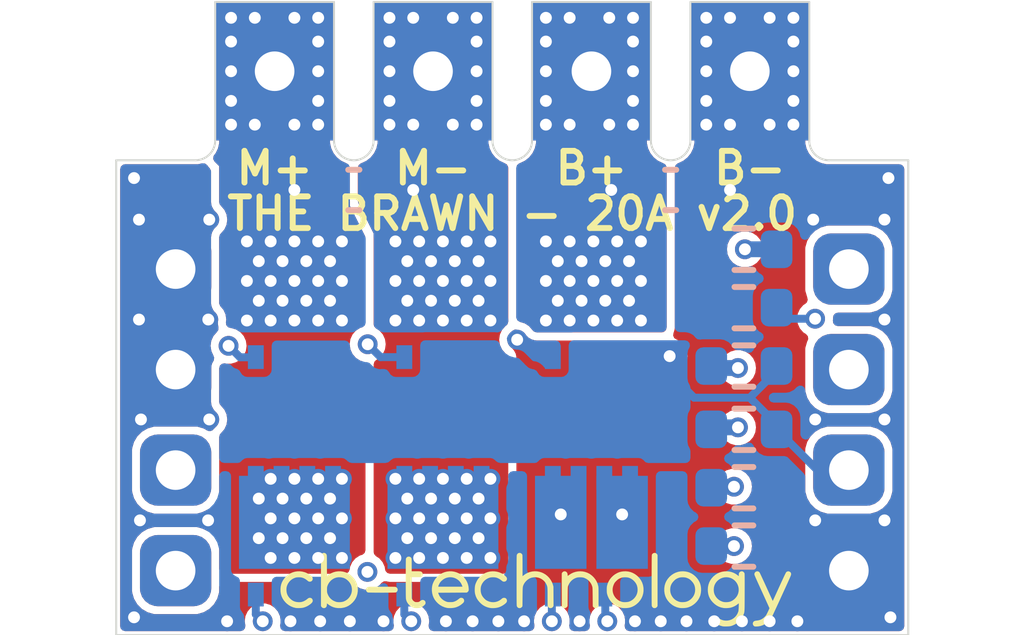
<source format=kicad_pcb>
(kicad_pcb (version 20221018) (generator pcbnew)
  (title_block (title "THE BRAWN - 20A POWER") (date "2023-05-29") (rev "v2.0") (company "CB-TECHNOLOGY"))
  (layers (0 "F.Cu" signal) (1 "In1.Cu" signal) (2 "In2.Cu" signal) (31 "B.Cu" signal) (34 "B.Paste" user) (35 "F.Paste" user) (36 "B.SilkS" user "B.Silkscreen") (37 "F.SilkS" user "F.Silkscreen") (38 "B.Mask" user) (39 "F.Mask" user) (44 "Edge.Cuts" user))
  (net 0 "")
  (net 1 "/A_MOTOR+")
  (net 2 "/A_MOTOR-")
  (net 3 "VCC")
  (net 4 "GND")
  (net 5 "/A_FET_P1")
  (net 6 "/A_FET_N1")
  (net 7 "/A_FET_N1_HS")
  (net 8 "/A_FET_N2_HS")
  (net 9 "/A_FET_P2")
  (net 10 "/A_FET_N2")
  (net 11 "Net-(Q1-D)")
  (footprint ".J_Connector:Pins-2.54-1x4" (layer "F.Cu") (at 137 155.5)
    (fp_text reference "J2" hide)
    (fp_text value "Pins_2.54_1x4" hide)
    (pad "1" thru_hole roundrect (at 0 0) (size 1.8 1.8) (drill 1) (layers "*.Cu" "*.Mask") (net 4 "GND"))
    (pad "2" thru_hole roundrect (at 0 2.54) (size 1.8 1.8) (drill 1) (layers "*.Cu" "*.Mask") (net 4 "GND"))
    (pad "3" thru_hole roundrect (at 0 5.08) (size 1.8 1.8) (drill 1) (layers "*.Cu" "*.Mask") (net 10 "/A_FET_N2"))
    (pad "4" thru_hole roundrect (at 0 7.62) (size 1.8 1.8) (drill 1) (layers "*.Cu" "*.Mask") (net 6 "/A_FET_N1"))
  )
  (footprint "MountingHole:MountingHole_2.2mm_M2_Pad_TopBottom" (layer "F.Cu") (at 143.5 150.5)
    (fp_text reference "H4" hide)
    (fp_text value "MountingHole_Pad")
    (pad "1" thru_hole circle (at 0 0) (size 2 2) (drill 1) (layers "*.Cu" "*.Mask") (net 2 "/A_MOTOR-"))
    (pad "1" connect rect (at 0 0) (size 3 3.5) (layers "F.Cu" "F.Mask") (net 2 "/A_MOTOR-"))
    (pad "1" connect rect (at 0 0) (size 3 3.5) (layers "B.Cu" "B.Mask") (net 2 "/A_MOTOR-"))
  )
  (footprint "MountingHole:MountingHole_2.2mm_M2_Pad_TopBottom" (layer "F.Cu") (at 139.5 150.5)
    (fp_text reference "H3" hide)
    (fp_text value "MountingHole_Pad")
    (pad "1" thru_hole circle (at 0 0) (size 2 2) (drill 1) (layers "*.Cu" "*.Mask") (net 1 "/A_MOTOR+"))
    (pad "1" connect rect (at 0 0) (size 3 3.5) (layers "F.Cu" "F.Mask") (net 1 "/A_MOTOR+"))
    (pad "1" connect rect (at 0 0) (size 3 3.5) (layers "B.Cu" "B.Mask") (net 1 "/A_MOTOR+"))
  )
  (footprint "LOGO" (layer "F.Cu") (at 146.1 163.6)
    (fp_text reference "G***" hide)
    (fp_text value "LOGO" hide)
  )
  (footprint "MountingHole:MountingHole_2.2mm_M2_Pad_TopBottom" (layer "F.Cu") (at 151.5 150.5)
    (fp_text reference "H2" hide)
    (fp_text value "MountingHole_Pad")
    (pad "1" thru_hole circle (at 0 0) (size 2 2) (drill 1) (layers "*.Cu" "*.Mask") (net 4 "GND"))
    (pad "1" connect rect (at 0 0) (size 3 3.5) (layers "F.Cu" "F.Mask") (net 4 "GND"))
    (pad "1" connect rect (at 0 0) (size 3 3.5) (layers "B.Cu" "B.Mask") (net 4 "GND"))
  )
  (footprint ".J_Connector:Pins-2.54-1x4" (layer "F.Cu") (at 154 155.5)
    (fp_text reference "J1" hide)
    (fp_text value "Pins_2.54_1x4" hide)
    (pad "1" thru_hole roundrect (at 0 0) (size 1.8 1.8) (drill 1) (layers "*.Cu" "*.Mask") (net 7 "/A_FET_N1_HS"))
    (pad "2" thru_hole roundrect (at 0 2.54) (size 1.8 1.8) (drill 1) (layers "*.Cu" "*.Mask") (net 8 "/A_FET_N2_HS"))
    (pad "3" thru_hole roundrect (at 0 5.08) (size 1.8 1.8) (drill 1) (layers "*.Cu" "*.Mask") (net 3 "VCC"))
    (pad "4" thru_hole roundrect (at 0 7.62) (size 1.8 1.8) (drill 1) (layers "*.Cu" "*.Mask") (net 4 "GND"))
  )
  (footprint "MountingHole:MountingHole_2.2mm_M2_Pad_TopBottom" (layer "F.Cu") (at 147.5 150.5)
    (fp_text reference "H1" hide)
    (fp_text value "MountingHole_Pad")
    (pad "1" thru_hole circle (at 0 0) (size 2 2) (drill 1) (layers "*.Cu" "*.Mask") (net 11 "Net-(Q1-D)"))
    (pad "1" connect rect (at 0 0) (size 3 3.5) (layers "F.Cu" "F.Mask") (net 11 "Net-(Q1-D)"))
    (pad "1" connect rect (at 0 0) (size 3 3.5) (layers "B.Cu" "B.Mask") (net 11 "Net-(Q1-D)"))
  )
  (footprint ".R_Resistor:R_0603" (layer "B.Cu") (at 151.35 155 180)
    (fp_text reference "R7" hide)
    (fp_text value "1K" hide)
    (pad "1" smd roundrect (at -0.825 0 180) (size 0.8 0.95) (layers "B.Cu" "B.Paste" "B.Mask") (net 7 "/A_FET_N1_HS"))
    (pad "2" smd roundrect (at 0.825 0 180) (size 0.8 0.95) (layers "B.Cu" "B.Paste" "B.Mask") (net 4 "GND"))
  )
  (footprint ".R_Resistor:R_0603" (layer "B.Cu") (at 151.35 162.5)
    (fp_text reference "R12" hide)
    (fp_text value "1K" hide)
    (pad "1" smd roundrect (at -0.825 0) (size 0.8 0.95) (layers "B.Cu" "B.Paste" "B.Mask") (net 10 "/A_FET_N2"))
    (pad "2" smd roundrect (at 0.825 0) (size 0.8 0.95) (layers "B.Cu" "B.Paste" "B.Mask") (net 4 "GND"))
  )
  (footprint ".R_Resistor:R_0603" (layer "B.Cu") (at 151.35 159.55 180)
    (fp_text reference "R5" hide)
    (fp_text value "1K" hide)
    (pad "1" smd roundrect (at -0.825 0 180) (size 0.8 0.95) (layers "B.Cu" "B.Paste" "B.Mask") (net 3 "VCC"))
    (pad "2" smd roundrect (at 0.825 0 180) (size 0.8 0.95) (layers "B.Cu" "B.Paste" "B.Mask") (net 5 "/A_FET_P1"))
  )
  (footprint ".R_Resistor:R_0603" (layer "B.Cu") (at 151.35 156.475 180)
    (fp_text reference "R9" hide)
    (fp_text value "1K" hide)
    (pad "1" smd roundrect (at -0.825 0 180) (size 0.8 0.95) (layers "B.Cu" "B.Paste" "B.Mask") (net 8 "/A_FET_N2_HS"))
    (pad "2" smd roundrect (at 0.825 0 180) (size 0.8 0.95) (layers "B.Cu" "B.Paste" "B.Mask") (net 4 "GND"))
  )
  (footprint ".R_Resistor:R_0603" (layer "B.Cu") (at 151.35 161.025)
    (fp_text reference "R6" hide)
    (fp_text value "1K" hide)
    (pad "1" smd roundrect (at -0.825 0) (size 0.8 0.95) (layers "B.Cu" "B.Paste" "B.Mask") (net 6 "/A_FET_N1"))
    (pad "2" smd roundrect (at 0.825 0) (size 0.8 0.95) (layers "B.Cu" "B.Paste" "B.Mask") (net 4 "GND"))
  )
  (footprint ".Q_MOSFET:8-DFN_3x3" (layer "B.Cu") (at 143.75 156.25 90)
    (fp_text reference "Q10" hide)
    (fp_text value "VS3522AE" hide)
    (pad "1" smd rect (at -1.475 -0.975 90) (size 0.6 0.4) (layers "B.Cu" "B.Paste" "B.Mask") (net 9 "/A_FET_P2"))
    (pad "2" smd rect (at -1.475 -0.325 90) (size 0.6 0.4) (layers "B.Cu" "B.Paste" "B.Mask") (net 3 "VCC"))
    (pad "2" smd rect (at -1.475 0.325 90) (size 0.6 0.4) (layers "B.Cu" "B.Paste" "B.Mask") (net 3 "VCC"))
    (pad "2" smd rect (at -1.475 0.975 90) (size 0.6 0.4) (layers "B.Cu" "B.Paste" "B.Mask") (net 3 "VCC"))
    (pad "3" smd rect (at 0.35 0 90) (size 2.35 2.8) (layers "B.Cu" "B.Paste" "B.Mask") (net 2 "/A_MOTOR-"))
    (pad "3" smd rect (at 1.475 -0.975 90) (size 0.6 0.4) (layers "B.Cu" "B.Mask") (net 2 "/A_MOTOR-"))
    (pad "3" smd rect (at 1.475 -0.325 90) (size 0.6 0.4) (layers "B.Cu" "B.Mask") (net 2 "/A_MOTOR-"))
    (pad "3" smd rect (at 1.475 0.325 90) (size 0.6 0.4) (layers "B.Cu" "B.Mask") (net 2 "/A_MOTOR-"))
    (pad "3" smd rect (at 1.475 0.975 90) (size 0.6 0.4) (layers "B.Cu" "B.Mask") (net 2 "/A_MOTOR-"))
  )
  (footprint ".Q_MOSFET:8-DFN_3x3" (layer "B.Cu") (at 140 156.25 90)
    (fp_text reference "Q8" hide)
    (fp_text value "VS3522AE" hide)
    (pad "1" smd rect (at -1.475 -0.975 90) (size 0.6 0.4) (layers "B.Cu" "B.Paste" "B.Mask") (net 5 "/A_FET_P1"))
    (pad "2" smd rect (at -1.475 -0.325 90) (size 0.6 0.4) (layers "B.Cu" "B.Paste" "B.Mask") (net 3 "VCC"))
    (pad "2" smd rect (at -1.475 0.325 90) (size 0.6 0.4) (layers "B.Cu" "B.Paste" "B.Mask") (net 3 "VCC"))
    (pad "2" smd rect (at -1.475 0.975 90) (size 0.6 0.4) (layers "B.Cu" "B.Paste" "B.Mask") (net 3 "VCC"))
    (pad "3" smd rect (at 0.35 0 90) (size 2.35 2.8) (layers "B.Cu" "B.Paste" "B.Mask") (net 1 "/A_MOTOR+"))
    (pad "3" smd rect (at 1.475 -0.975 90) (size 0.6 0.4) (layers "B.Cu" "B.Mask") (net 1 "/A_MOTOR+"))
    (pad "3" smd rect (at 1.475 -0.325 90) (size 0.6 0.4) (layers "B.Cu" "B.Mask") (net 1 "/A_MOTOR+"))
    (pad "3" smd rect (at 1.475 0.325 90) (size 0.6 0.4) (layers "B.Cu" "B.Mask") (net 1 "/A_MOTOR+"))
    (pad "3" smd rect (at 1.475 0.975 90) (size 0.6 0.4) (layers "B.Cu" "B.Mask") (net 1 "/A_MOTOR+"))
  )
  (footprint ".R_Resistor:R_0603" (layer "B.Cu") (at 151.35 157.95 180)
    (fp_text reference "R11" hide)
    (fp_text value "1K" hide)
    (pad "1" smd roundrect (at -0.825 0 180) (size 0.8 0.95) (layers "B.Cu" "B.Paste" "B.Mask") (net 3 "VCC"))
    (pad "2" smd roundrect (at 0.825 0 180) (size 0.8 0.95) (layers "B.Cu" "B.Paste" "B.Mask") (net 9 "/A_FET_P2"))
  )
  (footprint ".C_Capacitor:C_0603" (layer "B.Cu") (at 149.5 153.5)
    (fp_text reference "C11" hide)
    (fp_text value "4.7uF" hide)
    (pad "1" smd roundrect (at -0.775 0) (size 0.9 0.95) (layers "B.Cu" "B.Paste" "B.Mask") (net 11 "Net-(Q1-D)"))
    (pad "2" smd roundrect (at 0.775 0) (size 0.9 0.95) (layers "B.Cu" "B.Paste" "B.Mask") (net 4 "GND"))
  )
  (footprint ".Q_MOSFET:8-DFN_3x3" (layer "B.Cu") (at 140 162.25 90)
    (fp_text reference "Q9" hide)
    (fp_text value "AP50N03DF" hide)
    (pad "1" smd rect (at -1.475 -0.975 90) (size 0.6 0.4) (layers "B.Cu" "B.Paste" "B.Mask") (net 6 "/A_FET_N1"))
    (pad "2" smd rect (at -1.475 -0.325 90) (size 0.6 0.4) (layers "B.Cu" "B.Paste" "B.Mask") (net 4 "GND"))
    (pad "2" smd rect (at -1.475 0.325 90) (size 0.6 0.4) (layers "B.Cu" "B.Paste" "B.Mask") (net 4 "GND"))
    (pad "2" smd rect (at -1.475 0.975 90) (size 0.6 0.4) (layers "B.Cu" "B.Paste" "B.Mask") (net 4 "GND"))
    (pad "3" smd rect (at 0.35 0 90) (size 2.35 2.8) (layers "B.Cu" "B.Paste" "B.Mask") (net 1 "/A_MOTOR+"))
    (pad "3" smd rect (at 1.475 -0.975 90) (size 0.6 0.4) (layers "B.Cu" "B.Mask") (net 1 "/A_MOTOR+"))
    (pad "3" smd rect (at 1.475 -0.325 90) (size 0.6 0.4) (layers "B.Cu" "B.Mask") (net 1 "/A_MOTOR+"))
    (pad "3" smd rect (at 1.475 0.325 90) (size 0.6 0.4) (layers "B.Cu" "B.Mask") (net 1 "/A_MOTOR+"))
    (pad "3" smd rect (at 1.475 0.975 90) (size 0.6 0.4) (layers "B.Cu" "B.Mask") (net 1 "/A_MOTOR+"))
  )
  (footprint ".Q_MOSFET:8-DFN_3x3" (layer "B.Cu") (at 147.5 156.25 90)
    (fp_text reference "Q1" hide)
    (fp_text value "VS3522AE" hide)
    (pad "1" smd rect (at -1.475 -0.975 90) (size 0.6 0.4) (layers "B.Cu" "B.Paste" "B.Mask") (net 4 "GND"))
    (pad "2" smd rect (at -1.475 -0.325 90) (size 0.6 0.4) (layers "B.Cu" "B.Paste" "B.Mask") (net 3 "VCC"))
    (pad "2" smd rect (at -1.475 0.325 90) (size 0.6 0.4) (layers "B.Cu" "B.Paste" "B.Mask") (net 3 "VCC"))
    (pad "2" smd rect (at -1.475 0.975 90) (size 0.6 0.4) (layers "B.Cu" "B.Paste" "B.Mask") (net 3 "VCC"))
    (pad "3" smd rect (at 0.35 0 90) (size 2.35 2.8) (layers "B.Cu" "B.Paste" "B.Mask") (net 11 "Net-(Q1-D)"))
    (pad "3" smd rect (at 1.475 -0.975 90) (size 0.6 0.4) (layers "B.Cu" "B.Mask") (net 11 "Net-(Q1-D)"))
    (pad "3" smd rect (at 1.475 -0.325 90) (size 0.6 0.4) (layers "B.Cu" "B.Mask") (net 11 "Net-(Q1-D)"))
    (pad "3" smd rect (at 1.475 0.325 90) (size 0.6 0.4) (layers "B.Cu" "B.Mask") (net 11 "Net-(Q1-D)"))
    (pad "3" smd rect (at 1.475 0.975 90) (size 0.6 0.4) (layers "B.Cu" "B.Mask") (net 11 "Net-(Q1-D)"))
  )
  (footprint ".Q_MOSFET:8-DFN_3x3" (layer "B.Cu") (at 143.75 162.25 90)
    (fp_text reference "Q11" hide)
    (fp_text value "AP50N03DF" hide)
    (pad "1" smd rect (at -1.475 -0.975 90) (size 0.6 0.4) (layers "B.Cu" "B.Paste" "B.Mask") (net 10 "/A_FET_N2"))
    (pad "2" smd rect (at -1.475 -0.325 90) (size 0.6 0.4) (layers "B.Cu" "B.Paste" "B.Mask") (net 4 "GND"))
    (pad "2" smd rect (at -1.475 0.325 90) (size 0.6 0.4) (layers "B.Cu" "B.Paste" "B.Mask") (net 4 "GND"))
    (pad "2" smd rect (at -1.475 0.975 90) (size 0.6 0.4) (layers "B.Cu" "B.Paste" "B.Mask") (net 4 "GND"))
    (pad "3" smd rect (at 0.35 0 90) (size 2.35 2.8) (layers "B.Cu" "B.Paste" "B.Mask") (net 2 "/A_MOTOR-"))
    (pad "3" smd rect (at 1.475 -0.975 90) (size 0.6 0.4) (layers "B.Cu" "B.Mask") (net 2 "/A_MOTOR-"))
    (pad "3" smd rect (at 1.475 -0.325 90) (size 0.6 0.4) (layers "B.Cu" "B.Mask") (net 2 "/A_MOTOR-"))
    (pad "3" smd rect (at 1.475 0.325 90) (size 0.6 0.4) (layers "B.Cu" "B.Mask") (net 2 "/A_MOTOR-"))
    (pad "3" smd rect (at 1.475 0.975 90) (size 0.6 0.4) (layers "B.Cu" "B.Mask") (net 2 "/A_MOTOR-"))
  )
  (footprint ".C_Capacitor:C_0603" (layer "B.Cu") (at 141.5 153.5)
    (fp_text reference "C13" hide)
    (fp_text value "100nF" hide)
    (pad "1" smd roundrect (at -0.775 0) (size 0.9 0.95) (layers "B.Cu" "B.Paste" "B.Mask") (net 1 "/A_MOTOR+"))
    (pad "2" smd roundrect (at 0.775 0) (size 0.9 0.95) (layers "B.Cu" "B.Paste" "B.Mask") (net 2 "/A_MOTOR-"))
  )
  (footprint ".Q_MOSFET:8-DFN_3x3_DUAL" (layer "B.Cu") (at 147.5 162.25 90)
    (fp_text reference "Q4" hide)
    (fp_text value "HXY304DF" hide)
    (pad "1" smd rect (at -1.475 -0.975 90) (size 0.6 0.4) (layers "B.Cu" "B.Paste" "B.Mask") (net 7 "/A_FET_N1_HS"))
    (pad "2" smd rect (at -1.475 -0.325 90) (size 0.6 0.4) (layers "B.Cu" "B.Paste" "B.Mask") (net 4 "GND"))
    (pad "3" smd rect (at 0.35 -0.775 90) (size 2.35 1.3) (layers "B.Cu" "B.Paste" "B.Mask") (net 5 "/A_FET_P1"))
    (pad "3" smd rect (at 1.475 -0.975 90) (size 0.6 0.4) (layers "B.Cu" "B.Mask") (net 5 "/A_FET_P1"))
    (pad "3" smd rect (at 1.475 -0.325 90) (size 0.6 0.4) (layers "B.Cu" "B.Mask") (net 5 "/A_FET_P1"))
    (pad "4" smd rect (at -1.475 0.325 90) (size 0.6 0.4) (layers "B.Cu" "B.Paste" "B.Mask") (net 8 "/A_FET_N2_HS"))
    (pad "5" smd rect (at -1.475 0.975 90) (size 0.6 0.4) (layers "B.Cu" "B.Paste" "B.Mask") (net 4 "GND"))
    (pad "6" smd rect (at 0.35 0.775 90) (size 2.35 1.3) (layers "B.Cu" "B.Paste" "B.Mask") (net 9 "/A_FET_P2"))
    (pad "6" smd rect (at 1.475 0.325 90) (size 0.6 0.4) (layers "B.Cu" "B.Mask") (net 9 "/A_FET_P2"))
    (pad "6" smd rect (at 1.475 0.975 90) (size 0.6 0.4) (layers "B.Cu" "B.Mask") (net 9 "/A_FET_P2"))
  )
  (gr_line (start 149 148.75) (end 149 152.25) (stroke (width 0.05)) (layer "Edge.Cuts"))
  (gr_line (start 138 148.75) (end 138 152.25) (stroke (width 0.05)) (layer "Edge.Cuts"))
  (gr_line (start 153 148.75) (end 153 152.25) (stroke (width 0.05)) (layer "Edge.Cuts"))
  (gr_line (start 155.5 152.75) (end 155.5 164.75) (stroke (width 0.05)) (layer "Edge.Cuts"))
  (gr_line (start 141 148.75) (end 141 152.25) (stroke (width 0.05)) (layer "Edge.Cuts"))
  (gr_arc (start 146 152.25) (mid 145.853553 152.603553) (end 145.5 152.75) (stroke (width 0.05)) (layer "Edge.Cuts"))
  (gr_line (start 135.5 152.75) (end 135.5 164.75) (stroke (width 0.05)) (layer "Edge.Cuts"))
  (gr_line (start 138 148.75) (end 141 148.75) (stroke (width 0.05)) (layer "Edge.Cuts"))
  (gr_arc (start 149.5 152.75) (mid 149.146447 152.603553) (end 149 152.25) (stroke (width 0.05)) (layer "Edge.Cuts"))
  (gr_arc (start 141.5 152.75) (mid 141.146447 152.603553) (end 141 152.25) (stroke (width 0.05)) (layer "Edge.Cuts"))
  (gr_line (start 142 148.75) (end 142 152.25) (stroke (width 0.05)) (layer "Edge.Cuts"))
  (gr_line (start 135.5 152.75) (end 137.5 152.75) (stroke (width 0.05)) (layer "Edge.Cuts"))
  (gr_line (start 142 148.75) (end 145 148.75) (stroke (width 0.05)) (layer "Edge.Cuts"))
  (gr_arc (start 138 152.25) (mid 137.853553 152.603553) (end 137.5 152.75) (stroke (width 0.05)) (layer "Edge.Cuts"))
  (gr_line (start 150 148.75) (end 153 148.75) (stroke (width 0.05)) (layer "Edge.Cuts"))
  (gr_line (start 155.5 164.75) (end 135.5 164.75) (stroke (width 0.05)) (layer "Edge.Cuts"))
  (gr_arc (start 153.5 152.75) (mid 153.146447 152.603553) (end 153 152.25) (stroke (width 0.05)) (layer "Edge.Cuts"))
  (gr_arc (start 150 152.25) (mid 149.853553 152.603553) (end 149.5 152.75) (stroke (width 0.05)) (layer "Edge.Cuts"))
  (gr_line (start 150 148.75) (end 150 152.25) (stroke (width 0.05)) (layer "Edge.Cuts"))
  (gr_line (start 146 148.75) (end 149 148.75) (stroke (width 0.05)) (layer "Edge.Cuts"))
  (gr_line (start 146 148.75) (end 146 152.25) (stroke (width 0.05)) (layer "Edge.Cuts"))
  (gr_arc (start 142 152.25) (mid 141.853553 152.603553) (end 141.5 152.75) (stroke (width 0.05)) (layer "Edge.Cuts"))
  (gr_line (start 145 148.75) (end 145 152.25) (stroke (width 0.05)) (layer "Edge.Cuts"))
  (gr_line (start 153.5 152.75) (end 155.5 152.75) (stroke (width 0.05)) (layer "Edge.Cuts"))
  (gr_arc (start 145.5 152.75) (mid 145.146447 152.603553) (end 145 152.25) (stroke (width 0.05)) (layer "Edge.Cuts"))
  (gr_text "M+" (at 139.5 152.95) (layer "F.SilkS") (effects (font (size 0.8 0.8))))
  (gr_text "B+" (at 147.5 152.95) (layer "F.SilkS") (effects (font (size 0.8 0.8))))
  (gr_text "THE BRAWN - 20A v2.0" (at 145.5 154.1) (layer "F.SilkS") (effects (font (size 0.8 0.8))))
  (gr_text "M-" (at 143.5 152.95) (layer "F.SilkS") (effects (font (size 0.8 0.8))))
  (gr_text "B-" (at 151.5 152.95) (layer "F.SilkS") (effects (font (size 0.8 0.8))))
  (via (at 141.2 162.8) (size 0.5) (drill 0.3) (layers "F.Cu" "B.Cu") (net 1))
  (via (at 140.3 155.3) (size 0.5) (drill 0.3) (layers "F.Cu" "B.Cu") (net 1))
  (via (at 140.6 156.8) (size 0.5) (drill 0.3) (layers "F.Cu" "B.Cu") (net 1))
  (via (at 140.6 150.5) (size 0.5) (drill 0.3) (layers "F.Cu" "B.Cu") (net 1))
  (via (at 139.4 160.8) (size 0.5) (drill 0.3) (layers "F.Cu" "B.Cu") (net 1))
  (via (at 140.3 162.3) (size 0.5) (drill 0.3) (layers "F.Cu" "B.Cu") (net 1))
  (via (at 140 151.85) (size 0.5) (drill 0.3) (layers "F.Cu" "B.Cu") (net 1))
  (via (at 140 156.8) (size 0.5) (drill 0.3) (layers "F.Cu" "B.Cu") (net 1))
  (via (at 139.4 155.8) (size 0.5) (drill 0.3) (layers "F.Cu" "B.Cu") (net 1))
  (via (at 139.1 162.3) (size 0.5) (drill 0.3) (layers "F.Cu" "B.Cu") (net 1))
  (via (at 140.6 149.15) (size 0.5) (drill 0.3) (layers "F.Cu" "B.Cu") (net 1))
  (via (at 140 149.15) (size 0.5) (drill 0.3) (layers "F.Cu" "B.Cu") (net 1))
  (via (at 141.2 156.8) (size 0.5) (drill 0.3) (layers "F.Cu" "B.Cu") (net 1))
  (via (at 141.2 161.8) (size 0.5) (drill 0.3) (layers "F.Cu" "B.Cu") (net 1))
  (via (at 140 162.8) (size 0.5) (drill 0.3) (layers "F.Cu" "B.Cu") (net 1))
  (via (at 140.6 160.8) (size 0.5) (drill 0.3) (layers "F.Cu" "B.Cu") (net 1))
  (via (at 139.4 162.8) (size 0.5) (drill 0.3) (layers "F.Cu" "B.Cu") (net 1))
  (via (at 139.7 161.3) (size 0.5) (drill 0.3) (layers "F.Cu" "B.Cu") (net 1))
  (via (at 140.6 151.85) (size 0.5) (drill 0.3) (layers "F.Cu" "B.Cu") (net 1))
  (via (at 140 153.5) (size 0.5) (drill 0.3) (layers "F.Cu" "B.Cu") (net 1))
  (via (at 140 160.8) (size 0.5) (drill 0.3) (layers "F.Cu" "B.Cu") (net 1))
  (via (at 140.6 151.25) (size 0.5) (drill 0.3) (layers "F.Cu" "B.Cu") (net 1))
  (via (at 139.7 162.3) (size 0.5) (drill 0.3) (layers "F.Cu" "B.Cu") (net 1))
  (via (at 138.8 156.8) (size 0.5) (drill 0.3) (layers "F.Cu" "B.Cu") (net 1))
  (via (at 138.4 149.15) (size 0.5) (drill 0.3) (layers "F.Cu" "B.Cu") (net 1))
  (via (at 140 161.8) (size 0.5) (drill 0.3) (layers "F.Cu" "B.Cu") (net 1))
  (via (at 139 151.85) (size 0.5) (drill 0.3) (layers "F.Cu" "B.Cu") (net 1))
  (via (at 138.4 149.75) (size 0.5) (drill 0.3) (layers "F.Cu" "B.Cu") (net 1))
  (via (at 139.4 161.8) (size 0.5) (drill 0.3) (layers "F.Cu" "B.Cu") (net 1))
  (via (at 139 149.15) (size 0.5) (drill 0.3) (layers "F.Cu" "B.Cu") (net 1))
  (via (at 140.6 154.8) (size 0.5) (drill 0.3) (layers "F.Cu" "B.Cu") (net 1))
  (via (at 140.3 156.3) (size 0.5) (drill 0.3) (layers "F.Cu" "B.Cu") (net 1))
  (via (at 141.2 154.8) (size 0.5) (drill 0.3) (layers "F.Cu" "B.Cu") (net 1))
  (via (at 140 155.8) (size 0.5) (drill 0.3) (layers "F.Cu" "B.Cu") (net 1))
  (via (at 138.4 150.5) (size 0.5) (drill 0.3) (layers "F.Cu" "B.Cu") (net 1))
  (via (at 141.2 155.8) (size 0.5) (drill 0.3) (layers "F.Cu" "B.Cu") (net 1))
  (via (at 139.1 161.3) (size 0.5) (drill 0.3) (layers "F.Cu" "B.Cu") (net 1))
  (via (at 139.7 155.3) (size 0.5) (drill 0.3) (layers "F.Cu" "B.Cu") (net 1))
  (via (at 139.1 155.3) (size 0.5) (drill 0.3) (layers "F.Cu" "B.Cu") (net 1))
  (via (at 140.6 161.8) (size 0.5) (drill 0.3) (layers "F.Cu" "B.Cu") (net 1))
  (via (at 139.4 154.8) (size 0.5) (drill 0.3) (layers "F.Cu" "B.Cu") (net 1))
  (via (at 138.4 151.25) (size 0.5) (drill 0.3) (layers "F.Cu" "B.Cu") (net 1))
  (via (at 140.3 161.3) (size 0.5) (drill 0.3) (layers "F.Cu" "B.Cu") (net 1))
  (via (at 139.7 156.3) (size 0.5) (drill 0.3) (layers "F.Cu" "B.Cu") (net 1))
  (via (at 138.4 151.85) (size 0.5) (drill 0.3) (layers "F.Cu" "B.Cu") (net 1))
  (via (at 138.8 154.8) (size 0.5) (drill 0.3) (layers "F.Cu" "B.Cu") (net 1))
  (via (at 140.6 162.8) (size 0.5) (drill 0.3) (layers "F.Cu" "B.Cu") (net 1))
  (via (at 139.1 156.3) (size 0.5) (drill 0.3) (layers "F.Cu" "B.Cu") (net 1))
  (via (at 140.9 161.3) (size 0.5) (drill 0.3) (layers "F.Cu" "B.Cu") (net 1))
  (via (at 140.6 149.75) (size 0.5) (drill 0.3) (layers "F.Cu" "B.Cu") (net 1))
  (via (at 140.6 155.8) (size 0.5) (drill 0.3) (layers "F.Cu" "B.Cu") (net 1))
  (via (at 141.2 160.8) (size 0.5) (drill 0.3) (layers "F.Cu" "B.Cu") (net 1))
  (via (at 140.9 162.3) (size 0.5) (drill 0.3) (layers "F.Cu" "B.Cu") (net 1))
  (via (at 140.9 155.3) (size 0.5) (drill 0.3) (layers "F.Cu" "B.Cu") (net 1))
  (via (at 140 154.8) (size 0.5) (drill 0.3) (layers "F.Cu" "B.Cu") (net 1))
  (via (at 139.4 156.8) (size 0.5) (drill 0.3) (layers "F.Cu" "B.Cu") (net 1))
  (via (at 138.8 155.8) (size 0.5) (drill 0.3) (layers "F.Cu" "B.Cu") (net 1))
  (via (at 140.9 156.3) (size 0.5) (drill 0.3) (layers "F.Cu" "B.Cu") (net 1))
  (segment (start 140 153.5) (end 140.5 153.5) (width 0.2) (layer "B.Cu") (net 1))
  (via (at 144.95 161.8) (size 0.5) (drill 0.3) (layers "F.Cu" "B.Cu") (net 2))
  (via (at 142.4 151.85) (size 0.5) (drill 0.3) (layers "F.Cu" "B.Cu") (net 2))
  (via (at 143.15 155.8) (size 0.5) (drill 0.3) (layers "F.Cu" "B.Cu") (net 2))
  (via (at 142.4 150.5) (size 0.5) (drill 0.3) (layers "F.Cu" "B.Cu") (net 2))
  (via (at 144.65 161.3) (size 0.5) (drill 0.3) (layers "F.Cu" "B.Cu") (net 2))
  (via (at 144.35 161.8) (size 0.5) (drill 0.3) (layers "F.Cu" "B.Cu") (net 2))
  (via (at 142.4 149.75) (size 0.5) (drill 0.3) (layers "F.Cu" "B.Cu") (net 2))
  (via (at 144.35 156.8) (size 0.5) (drill 0.3) (layers "F.Cu" "B.Cu") (net 2))
  (via (at 144.6 149.75) (size 0.5) (drill 0.3) (layers "F.Cu" "B.Cu") (net 2))
  (via (at 144.95 160.8) (size 0.5) (drill 0.3) (layers "F.Cu" "B.Cu") (net 2))
  (via (at 144.05 161.3) (size 0.5) (drill 0.3) (layers "F.Cu" "B.Cu") (net 2))
  (via (at 143 149.15) (size 0.5) (drill 0.3) (layers "F.Cu" "B.Cu") (net 2))
  (via (at 143.15 162.8) (size 0.5) (drill 0.3) (layers "F.Cu" "B.Cu") (net 2))
  (via (at 143.15 156.8) (size 0.5) (drill 0.3) (layers "F.Cu" "B.Cu") (net 2))
  (via (at 142.85 161.3) (size 0.5) (drill 0.3) (layers "F.Cu" "B.Cu") (net 2))
  (via (at 144.05 155.3) (size 0.5) (drill 0.3) (layers "F.Cu" "B.Cu") (net 2))
  (via (at 142.55 156.8) (size 0.5) (drill 0.3) (layers "F.Cu" "B.Cu") (net 2))
  (via (at 142.4 149.15) (size 0.5) (drill 0.3) (layers "F.Cu" "B.Cu") (net 2))
  (via (at 143.75 162.8) (size 0.5) (drill 0.3) (layers "F.Cu" "B.Cu") (net 2))
  (via (at 144 149.15) (size 0.5) (drill 0.3) (layers "F.Cu" "B.Cu") (net 2))
  (via (at 142.4 151.25) (size 0.5) (drill 0.3) (layers "F.Cu" "B.Cu") (net 2))
  (via (at 142.55 154.8) (size 0.5) (drill 0.3) (layers "F.Cu" "B.Cu") (net 2))
  (via (at 144.35 162.8) (size 0.5) (drill 0.3) (layers "F.Cu" "B.Cu") (net 2))
  (via (at 142.55 162.8) (size 0.5) (drill 0.3) (layers "F.Cu" "B.Cu") (net 2))
  (via (at 143.45 156.3) (size 0.5) (drill 0.3) (layers "F.Cu" "B.Cu") (net 2))
  (via (at 143.75 154.8) (size 0.5) (drill 0.3) (layers "F.Cu" "B.Cu") (net 2))
  (via (at 143.45 162.3) (size 0.5) (drill 0.3) (layers "F.Cu" "B.Cu") (net 2))
  (via (at 144.05 162.3) (size 0.5) (drill 0.3) (layers "F.Cu" "B.Cu") (net 2))
  (via (at 144.35 160.8) (size 0.5) (drill 0.3) (layers "F.Cu" "B.Cu") (net 2))
  (via (at 144 151.85) (size 0.5) (drill 0.3) (layers "F.Cu" "B.Cu") (net 2))
  (via (at 144.95 154.8) (size 0.5) (drill 0.3) (layers "F.Cu" "B.Cu") (net 2))
  (via (at 142.85 156.3) (size 0.5) (drill 0.3) (layers "F.Cu" "B.Cu") (net 2))
  (via (at 143.15 160.8) (size 0.5) (drill 0.3) (layers "F.Cu" "B.Cu") (net 2))
  (via (at 144.65 156.3) (size 0.5) (drill 0.3) (layers "F.Cu" "B.Cu") (net 2))
  (via (at 144.65 162.3) (size 0.5) (drill 0.3) (layers "F.Cu" "B.Cu") (net 2))
  (via (at 143 151.85) (size 0.5) (drill 0.3) (layers "F.Cu" "B.Cu") (net 2))
  (via (at 143.45 161.3) (size 0.5) (drill 0.3) (layers "F.Cu" "B.Cu") (net 2))
  (via (at 142.55 161.8) (size 0.5) (drill 0.3) (layers "F.Cu" "B.Cu") (net 2))
  (via (at 142.55 160.8) (size 0.5) (drill 0.3) (layers "F.Cu" "B.Cu") (net 2))
  (via (at 143.75 155.8) (size 0.5) (drill 0.3) (layers "F.Cu" "B.Cu") (net 2))
  (via (at 143.45 155.3) (size 0.5) (drill 0.3) (layers "F.Cu" "B.Cu") (net 2))
  (via (at 144.95 155.8) (size 0.5) (drill 0.3) (layers "F.Cu" "B.Cu") (net 2))
  (via (at 144.35 155.8) (size 0.5) (drill 0.3) (layers "F.Cu" "B.Cu") (net 2))
  (via (at 144.95 162.8) (size 0.5) (drill 0.3) (layers "F.Cu" "B.Cu") (net 2))
  (via (at 143 153.5) (size 0.5) (drill 0.3) (layers "F.Cu" "B.Cu") (net 2))
  (via (at 142.85 162.3) (size 0.5) (drill 0.3) (layers "F.Cu" "B.Cu") (net 2))
  (via (at 143.15 161.8) (size 0.5) (drill 0.3) (layers "F.Cu" "B.Cu") (net 2))
  (via (at 143.75 161.8) (size 0.5) (drill 0.3) (layers "F.Cu" "B.Cu") (net 2))
  (via (at 144.6 150.5) (size 0.5) (drill 0.3) (layers "F.Cu" "B.Cu") (net 2))
  (via (at 144.6 151.25) (size 0.5) (drill 0.3) (layers "F.Cu" "B.Cu") (net 2))
  (via (at 144.05 156.3) (size 0.5) (drill 0.3) (layers "F.Cu" "B.Cu") (net 2))
  (via (at 144.65 155.3) (size 0.5) (drill 0.3) (layers "F.Cu" "B.Cu") (net 2))
  (via (at 144.6 151.85) (size 0.5) (drill 0.3) (layers "F.Cu" "B.Cu") (net 2))
  (via (at 144.95 156.8) (size 0.5) (drill 0.3) (layers "F.Cu" "B.Cu") (net 2))
  (via (at 143.75 160.8) (size 0.5) (drill 0.3) (layers "F.Cu" "B.Cu") (net 2))
  (via (at 143.75 156.8) (size 0.5) (drill 0.3) (layers "F.Cu" "B.Cu") (net 2))
  (via (at 142.55 155.8) (size 0.5) (drill 0.3) (layers "F.Cu" "B.Cu") (net 2))
  (via (at 142.85 155.3) (size 0.5) (drill 0.3) (layers "F.Cu" "B.Cu") (net 2))
  (via (at 143.15 154.8) (size 0.5) (drill 0.3) (layers "F.Cu" "B.Cu") (net 2))
  (via (at 144.6 149.15) (size 0.5) (drill 0.3) (layers "F.Cu" "B.Cu") (net 2))
  (via (at 144.35 154.8) (size 0.5) (drill 0.3) (layers "F.Cu" "B.Cu") (net 2))
  (segment (start 143 153.5) (end 142.5 153.5) (width 0.2) (layer "B.Cu") (net 2))
  (via (at 149.475 157.7) (size 0.5) (drill 0.3) (layers "F.Cu" "B.Cu") (net 3))
  (segment (start 151.5 158.75) (end 152.175 159.425) (width 0.2) (layer "B.Cu") (net 3))
  (segment (start 150.092893 158.75) (end 151.5 158.75) (width 0.2) (layer "B.Cu") (net 3))
  (segment (start 152.175 159.377182) (end 152.175 159.5) (width 0.2) (layer "B.Cu") (net 3))
  (segment (start 152.175 159.55) (end 153.205 160.58) (width 0.2) (layer "B.Cu") (net 3))
  (segment (start 151.5 158.75) (end 152.175 158.075) (width 0.2) (layer "B.Cu") (net 3))
  (segment (start 153.205 160.58) (end 154 160.58) (width 0.2) (layer "B.Cu") (net 3))
  (segment (start 149.475 157.7) (end 149.475 158.132107) (width 0.2) (layer "B.Cu") (net 3))
  (segment (start 152.175 159.425) (end 152.175 159.55) (width 0.2) (layer "B.Cu") (net 3))
  (segment (start 152.175 158.025) (end 152.175 158) (width 0.4) (layer "B.Cu") (net 3))
  (segment (start 149.475 158.132107) (end 150.092893 158.75) (width 0.2) (layer "B.Cu") (net 3))
  (segment (start 152.175 158.075) (end 152.175 157.95) (width 0.2) (layer "B.Cu") (net 3))
  (via (at 137.82023 161.849775) (size 0.5) (drill 0.3) (layers "F.Cu" "B.Cu") (net 4))
  (via (at 152.6 150.5) (size 0.5) (drill 0.3) (layers "F.Cu" "B.Cu") (net 4))
  (via (at 135.95 153.2) (size 0.5) (drill 0.3) (layers "F.Cu" "B.Cu") (net 4))
  (via (at 154.9 159.3) (size 0.5) (drill 0.3) (layers "F.Cu" "B.Cu") (net 4))
  (via (at 136.1 161.85) (size 0.5) (drill 0.3) (layers "F.Cu" "B.Cu") (net 4))
  (via (at 152.7 164.4) (size 0.5) (drill 0.3) (layers "F.Cu" "B.Cu") (net 4))
  (via (at 151 151.85) (size 0.5) (drill 0.3) (layers "F.Cu" "B.Cu") (net 4))
  (via (at 145.15 164.4) (size 0.5) (drill 0.3) (layers "F.Cu" "B.Cu") (net 4))
  (via (at 152 149.15) (size 0.5) (drill 0.3) (layers "F.Cu" "B.Cu") (net 4))
  (via (at 136.125 159.3) (size 0.5) (drill 0.3) (layers "F.Cu" "B.Cu") (net 4))
  (via (at 153.15 161.85) (size 0.5) (drill 0.3) (layers "F.Cu" "B.Cu") (net 4))
  (via (at 152 164.4) (size 0.5) (drill 0.3) (layers "F.Cu" "B.Cu") (net 4))
  (via (at 141.4 164.4) (size 0.5) (drill 0.3) (layers "F.Cu" "B.Cu") (net 4))
  (via (at 150.4 149.75) (size 0.5) (drill 0.3) (layers "F.Cu" "B.Cu") (net 4))
  (via (at 138.3 164.4) (size 0.5) (drill 0.3) (layers "F.Cu" "B.Cu") (net 4))
  (via (at 150.4 149.15) (size 0.5) (drill 0.3) (layers "F.Cu" "B.Cu") (net 4))
  (via (at 152.6 149.75) (size 0.5) (drill 0.3) (layers "F.Cu" "B.Cu") (net 4))
  (via (at 139.9 164.4) (size 0.5) (drill 0.3) (layers "F.Cu" "B.Cu") (net 4))
  (via (at 152 151.85) (size 0.5) (drill 0.3) (layers "F.Cu" "B.Cu") (net 4))
  (via (at 140.65 164.4) (size 0.5) (drill 0.3) (layers "F.Cu" "B.Cu") (net 4))
  (via (at 142.25 164.4) (size 0.5) (drill 0.3) (layers "F.Cu" "B.Cu") (net 4))
  (via (at 154.9 161.85) (size 0.5) (drill 0.3) (layers "F.Cu" "B.Cu") (net 4))
  (via (at 145.8 164.4) (size 0.5) (drill 0.3) (layers "F.Cu" "B.Cu") (net 4))
  (via (at 155 153.2) (size 0.5) (drill 0.3) (layers "F.Cu" "B.Cu") (net 4))
  (via (at 155.05 164.3) (size 0.5) (drill 0.3) (layers "F.Cu" "B.Cu") (net 4))
  (via (at 154.9 156.775) (size 0.5) (drill 0.3) (layers "F.Cu" "B.Cu") (net 4))
  (via (at 152.6 151.25) (size 0.5) (drill 0.3) (layers "F.Cu" "B.Cu") (net 4))
  (via (at 137.85 154.25) (size 0.5) (drill 0.3) (layers "F.Cu" "B.Cu") (net 4))
  (via (at 149.9 164.4) (size 0.5) (drill 0.3) (layers "F.Cu" "B.Cu") (net 4))
  (via (at 148.599503 164.4) (size 0.5) (drill 0.3) (layers "F.Cu" "B.Cu") (net 4))
  (via (at 153.1 154.25) (size 0.5) (drill 0.3) (layers "F.Cu" "B.Cu") (net 4))
  (via (at 150.4 151.85) (size 0.5) (drill 0.3) (layers "F.Cu" "B.Cu") (net 4))
  (via (at 150.4 150.5) (size 0.5) (drill 0.3) (layers "F.Cu" "B.Cu") (net 4))
  (via (at 152.6 149.15) (size 0.5) (drill 0.3) (layers "F.Cu" "B.Cu") (net 4))
  (via (at 136.075 156.775) (size 0.5) (drill 0.3) (layers "F.Cu" "B.Cu") (net 4))
  (via (at 151 149.15) (size 0.5) (drill 0.3) (layers "F.Cu" "B.Cu") (net 4))
  (via (at 137.85 159.3) (size 0.5) (drill 0.3) (layers "F.Cu" "B.Cu") (net 4))
  (via (at 151 153.5) (size 0.5) (drill 0.3) (layers "F.Cu" "B.Cu") (net 4))
  (via (at 150.6 164.4) (size 0.5) (drill 0.3) (layers "F.Cu" "B.Cu") (net 4))
  (via (at 152.6 151.85) (size 0.5) (drill 0.3) (layers "F.Cu" "B.Cu") (net 4))
  (via (at 147.200498 164.4) (size 0.5) (drill 0.3) (layers "F.Cu" "B.Cu") (net 4))
  (via (at 153.15 159.3) (size 0.5) (drill 0.3) (layers "F.Cu" "B.Cu") (net 4))
  (via (at 145.625 157.285) (size 0.5) (drill 0.3) (layers "F.Cu" "B.Cu") (net 4))
  (via (at 150.4 151.25) (size 0.5) (drill 0.3) (layers "F.Cu" "B.Cu") (net 4))
  (via (at 151.3 164.4) (size 0.5) (drill 0.3) (layers "F.Cu" "B.Cu") (net 4))
  (via (at 149.25 164.4) (size 0.5) (drill 0.3) (layers "F.Cu" "B.Cu") (net 4))
  (via (at 136.075 154.25) (size 0.5) (drill 0.3) (layers "F.Cu" "B.Cu") (net 4))
  (via (at 143.825 164.4) (size 0.5) (drill 0.3) (layers "F.Cu" "B.Cu") (net 4))
  (via (at 135.95 164.3) (size 0.5) (drill 0.3) (layers "F.Cu" "B.Cu") (net 4))
  (via (at 144.5 164.4) (size 0.5) (drill 0.3) (layers "F.Cu" "B.Cu") (net 4))
  (via (at 154.9 154.25) (size 0.5) (drill 0.3) (layers "F.Cu" "B.Cu") (net 4))
  (via (at 137.825 156.775) (size 0.5) (drill 0.3) (layers "F.Cu" "B.Cu") (net 4))
  (segment (start 151 153.5) (end 150.5 153.5) (width 0.2) (layer "B.Cu") (net 4))
  (segment (start 147.27 164.4075) (end 147.27 163.5325) (width 0.2) (layer "B.Cu") (net 4))
  (segment (start 145.625 157.285) (end 146.07 157.73) (width 0.2) (layer "B.Cu") (net 4))
  (segment (start 146.07 157.73) (end 146.52 157.73) (width 0.2) (layer "B.Cu") (net 4))
  (segment (start 147.2995 164.4005) (end 147.325 164.375) (width 0.2) (layer "B.Cu") (net 4))
  (segment (start 147.200498 164.4005) (end 147.2995 164.4005) (width 0.2) (layer "B.Cu") (net 4))
  (via (at 138.336801 157.439387) (size 0.5) (drill 0.3) (layers "F.Cu" "B.Cu") (net 5))
  (via (at 146.725 161.7) (size 0.5) (drill 0.3) (layers "F.Cu" "B.Cu") (net 5))
  (via (at 151.2 159.5) (size 0.5) (drill 0.3) (layers "F.Cu" "B.Cu") (net 5))
  (segment (start 138.627414 157.73) (end 139.01 157.73) (width 0.2) (layer "B.Cu") (net 5))
  (segment (start 138.336801 157.439387) (end 138.627414 157.73) (width 0.2) (layer "B.Cu") (net 5))
  (segment (start 151.2 159.5) (end 150.7 159.5) (width 0.4) (layer "B.Cu") (net 5))
  (segment (start 139.025 157.725) (end 139 157.75) (width 0.2) (layer "B.Cu") (net 5))
  (via (at 151.1 161) (size 0.5) (drill 0.3) (layers "F.Cu" "B.Cu") (net 6))
  (via (at 139.2 164.4) (size 0.5) (drill 0.3) (layers "F.Cu" "B.Cu") (net 6))
  (segment (start 151.1 161) (end 150.6 161) (width 0.4) (layer "B.Cu") (net 6))
  (segment (start 139.2 164.4) (end 139.025 164.225) (width 0.2) (layer "B.Cu") (net 6))
  (segment (start 139.025 164.225) (end 139.025 163.725) (width 0.2) (layer "B.Cu") (net 6))
  (via (at 151.3745 155) (size 0.5) (drill 0.3) (layers "F.Cu" "B.Cu") (net 7))
  (via (at 146.5 164.4) (size 0.5) (drill 0.3) (layers "F.Cu" "B.Cu") (net 7))
  (segment (start 151.4745 155) (end 151.9 155) (width 0.4) (layer "B.Cu") (net 7))
  (segment (start 146.62 164.4075) (end 146.5 164.2875) (width 0.2) (layer "B.Cu") (net 7))
  (segment (start 146.5 164.2875) (end 146.5 163.6525) (width 0.2) (layer "B.Cu") (net 7))
  (segment (start 151.9 155) (end 152 155.1) (width 0.4) (layer "B.Cu") (net 7))
  (segment (start 146.5 163.6525) (end 146.62 163.5325) (width 0.2) (layer "B.Cu") (net 7))
  (via (at 147.900001 164.4) (size 0.5) (drill 0.3) (layers "F.Cu" "B.Cu") (net 8))
  (via (at 153.147731 156.754538) (size 0.5) (drill 0.3) (layers "F.Cu" "B.Cu") (net 8))
  (segment (start 147.92 164.4075) (end 147.85 164.3375) (width 0.2) (layer "B.Cu") (net 8))
  (segment (start 147.85 163.6025) (end 147.92 163.5325) (width 0.2) (layer "B.Cu") (net 8))
  (segment (start 147.85 164.3375) (end 147.85 163.6025) (width 0.2) (layer "B.Cu") (net 8))
  (segment (start 152.329538 156.754538) (end 152.175 156.6) (width 0.2) (layer "B.Cu") (net 8))
  (segment (start 153.147731 156.754538) (end 152.329538 156.754538) (width 0.2) (layer "B.Cu") (net 8))
  (via (at 151.2 158) (size 0.5) (drill 0.3) (layers "F.Cu" "B.Cu") (net 9))
  (via (at 148.275 161.7) (size 0.5) (drill 0.3) (layers "F.Cu" "B.Cu") (net 9))
  (via (at 141.85 157.4) (size 0.5) (drill 0.3) (layers "F.Cu" "B.Cu") (net 9))
  (segment (start 151.2 158) (end 150.7 158) (width 0.4) (layer "B.Cu") (net 9))
  (segment (start 141.85 157.4) (end 142.175 157.725) (width 0.2) (layer "B.Cu") (net 9))
  (segment (start 142.175 157.725) (end 142.775 157.725) (width 0.2) (layer "B.Cu") (net 9))
  (via (at 141.842774 163.15248) (size 0.5) (drill 0.3) (layers "F.Cu" "B.Cu") (net 10))
  (via (at 142.95 164.4) (size 0.5) (drill 0.3) (layers "F.Cu" "B.Cu") (net 10))
  (via (at 151.1 162.5) (size 0.5) (drill 0.3) (layers "F.Cu" "B.Cu") (net 10))
  (segment (start 151.1 162.5) (end 150.6 162.5) (width 0.4) (layer "B.Cu") (net 10))
  (segment (start 142.95 164.4005) (end 142.775 164.2255) (width 0.2) (layer "B.Cu") (net 10))
  (segment (start 142.775 164.2255) (end 142.775 163.725) (width 0.2) (layer "B.Cu") (net 10))
  (via (at 147.85 156.3) (size 0.5) (drill 0.3) (layers "F.Cu" "B.Cu") (net 11))
  (via (at 148.75 154.8) (size 0.5) (drill 0.3) (layers "F.Cu" "B.Cu") (net 11))
  (via (at 146.95 154.8) (size 0.5) (drill 0.3) (layers "F.Cu" "B.Cu") (net 11))
  (via (at 146.35 155.8) (size 0.5) (drill 0.3) (layers "F.Cu" "B.Cu") (net 11))
  (via (at 147.95 151.85) (size 0.5) (drill 0.3) (layers "F.Cu" "B.Cu") (net 11))
  (via (at 148.45 156.3) (size 0.5) (drill 0.3) (layers "F.Cu" "B.Cu") (net 11))
  (via (at 146.65 155.3) (size 0.5) (drill 0.3) (layers "F.Cu" "B.Cu") (net 11))
  (via (at 148.55 150.5) (size 0.5) (drill 0.3) (layers "F.Cu" "B.Cu") (net 11))
  (via (at 148.55 151.85) (size 0.5) (drill 0.3) (layers "F.Cu" "B.Cu") (net 11))
  (via (at 146.95 156.8) (size 0.5) (drill 0.3) (layers "F.Cu" "B.Cu") (net 11))
  (via (at 146.35 151.25) (size 0.5) (drill 0.3) (layers "F.Cu" "B.Cu") (net 11))
  (via (at 146.95 149.15) (size 0.5) (drill 0.3) (layers "F.Cu" "B.Cu") (net 11))
  (via (at 147.55 156.8) (size 0.5) (drill 0.3) (layers "F.Cu" "B.Cu") (net 11))
  (via (at 148.55 149.75) (size 0.5) (drill 0.3) (layers "F.Cu" "B.Cu") (net 11))
  (via (at 148.15 156.8) (size 0.5) (drill 0.3) (layers "F.Cu" "B.Cu") (net 11))
  (via (at 146.35 149.15) (size 0.5) (drill 0.3) (layers "F.Cu" "B.Cu") (net 11))
  (via (at 146.35 151.85) (size 0.5) (drill 0.3) (layers "F.Cu" "B.Cu") (net 11))
  (via (at 148.45 155.3) (size 0.5) (drill 0.3) (layers "F.Cu" "B.Cu") (net 11))
  (via (at 146.35 149.75) (size 0.5) (drill 0.3) (layers "F.Cu" "B.Cu") (net 11))
  (via (at 146.95 151.85) (size 0.5) (drill 0.3) (layers "F.Cu" "B.Cu") (net 11))
  (via (at 146.35 154.8) (size 0.5) (drill 0.3) (layers "F.Cu" "B.Cu") (net 11))
  (via (at 148.75 155.8) (size 0.5) (drill 0.3) (layers "F.Cu" "B.Cu") (net 11))
  (via (at 148.15 154.8) (size 0.5) (drill 0.3) (layers "F.Cu" "B.Cu") (net 11))
  (via (at 146.35 150.5) (size 0.5) (drill 0.3) (layers "F.Cu" "B.Cu") (net 11))
  (via (at 146.65 156.3) (size 0.5) (drill 0.3) (layers "F.Cu" "B.Cu") (net 11))
  (via (at 147.25 156.3) (size 0.5) (drill 0.3) (layers "F.Cu" "B.Cu") (net 11))
  (via (at 147.85 155.3) (size 0.5) (drill 0.3) (layers "F.Cu" "B.Cu") (net 11))
  (via (at 147.25 155.3) (size 0.5) (drill 0.3) (layers "F.Cu" "B.Cu") (net 11))
  (via (at 147.55 155.8) (size 0.5) (drill 0.3) (layers "F.Cu" "B.Cu") (net 11))
  (via (at 148.75 156.8) (size 0.5) (drill 0.3) (layers "F.Cu" "B.Cu") (net 11))
  (via (at 148.55 151.25) (size 0.5) (drill 0.3) (layers "F.Cu" "B.Cu") (net 11))
  (via (at 147.95 149.15) (size 0.5) (drill 0.3) (layers "F.Cu" "B.Cu") (net 11))
  (via (at 148.15 155.8) (size 0.5) (drill 0.3) (layers "F.Cu" "B.Cu") (net 11))
  (via (at 148.55 149.15) (size 0.5) (drill 0.3) (layers "F.Cu" "B.Cu") (net 11))
  (via (at 147.55 154.8) (size 0.5) (drill 0.3) (layers "F.Cu" "B.Cu") (net 11))
  (via (at 146.35 156.8) (size 0.5) (drill 0.3) (layers "F.Cu" "B.Cu") (net 11))
  (via (at 148 153.5) (size 0.5) (drill 0.3) (layers "F.Cu" "B.Cu") (net 11))
  (via (at 146.95 155.8) (size 0.5) (drill 0.3) (layers "F.Cu" "B.Cu") (net 11))
  (segment (start 148 153.5) (end 148.5 153.5) (width 0.2) (layer "B.Cu") (net 11))
  (zone (net 1) (net_name "/A_MOTOR+") (layer "F.Cu") (priority 5) (connect_pads yes (clearance 0.2)) (min_thickness 0.25) (fill yes (thermal_gap 0.5) (thermal_bridge_width 0.5))
    (polygon (pts (xy 141.4 148.7) (xy 141.4 153.9) (xy 141.8 154.7) (xy 141.8 163.2) (xy 138.1 163.2) (xy 138.1 155) (xy 138.1 152.9) (xy 137.7 152.5) (xy 137.7 148.7)))
  )
  (zone (net 2) (net_name "/A_MOTOR-") (layer "F.Cu") (priority 5) (connect_pads yes (clearance 0.2)) (min_thickness 0.25) (fill yes (thermal_gap 0.5) (thermal_bridge_width 0.5))
    (polygon (pts (xy 141.6 148.7) (xy 141.6 153.8) (xy 142 154.6) (xy 142 163.2) (xy 145.4 163.2) (xy 145.4 148.7)))
  )
  (zone (net 4) (net_name "GND") (layers "F.Cu" "In1.Cu" "In2.Cu" "B.Cu") (connect_pads yes (clearance 0.2)) (min_thickness 0.25) (fill yes (thermal_gap 0.5) (thermal_bridge_width 0.5))
    (polygon (pts (xy 135.5 164.75) (xy 155.5 164.75) (xy 155.5 148.7) (xy 135.5 148.7)))
  )
  (zone (net 11) (net_name "Net-(Q1-D)") (layers "F&B.Cu") (priority 5) (connect_pads yes (clearance 0.2)) (min_thickness 0.25) (fill yes (thermal_gap 0.5) (thermal_bridge_width 0.5))
    (polygon (pts (xy 145.6 148.7) (xy 145.6 157.1) (xy 149.4 157.1) (xy 149.4 148.7)))
  )
  (zone (net 2) (net_name "/A_MOTOR-") (layer "B.Cu") (priority 4) (connect_pads yes (clearance 0.2)) (min_thickness 0.25) (fill yes (thermal_gap 0.5) (thermal_bridge_width 0.5))
    (polygon (pts (xy 141.6 148.7) (xy 141.6 153.8) (xy 142 154.6) (xy 142 157.1) (xy 145.4 157.1) (xy 145.4 148.7)))
  )
  (zone (net 3) (net_name "VCC") (layer "B.Cu") (priority 5) (connect_pads yes (clearance 0.2)) (min_thickness 0.25) (fill yes (thermal_gap 0.5) (thermal_bridge_width 0.5))
    (polygon (pts (xy 138.1 157.3) (xy 138.1 160.4) (xy 150 160.401) (xy 150 157.3)))
  )
  (zone (net 1) (net_name "/A_MOTOR+") (layer "B.Cu") (priority 12) (connect_pads yes (clearance 0.2)) (min_thickness 0.25) (fill yes (thermal_gap 0.5) (thermal_bridge_width 0.5))
    (polygon (pts (xy 141.4 148.7) (xy 141.4 153.9) (xy 141.8 154.7) (xy 141.8 157.1) (xy 138.1 157.1) (xy 138.1 155) (xy 138.1 152.9) (xy 137.7 152.5) (xy 137.7 148.7)))
  )
)
</source>
